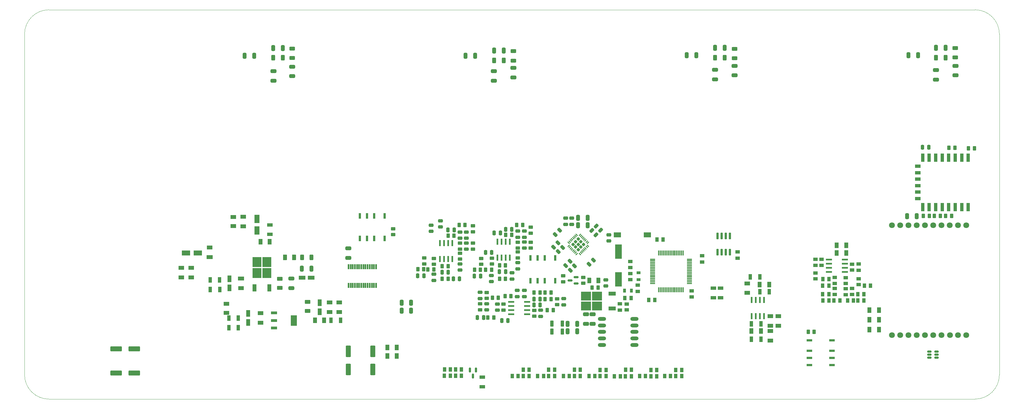
<source format=gtp>
G04 #@! TF.GenerationSoftware,KiCad,Pcbnew,(6.0.0)*
G04 #@! TF.CreationDate,2022-01-30T16:53:22+01:00*
G04 #@! TF.ProjectId,block-sch,626c6f63-6b2d-4736-9368-2e6b69636164,rev?*
G04 #@! TF.SameCoordinates,Original*
G04 #@! TF.FileFunction,Paste,Top*
G04 #@! TF.FilePolarity,Positive*
%FSLAX46Y46*%
G04 Gerber Fmt 4.6, Leading zero omitted, Abs format (unit mm)*
G04 Created by KiCad (PCBNEW (6.0.0)) date 2022-01-30 16:53:22*
%MOMM*%
%LPD*%
G01*
G04 APERTURE LIST*
G04 Aperture macros list*
%AMRoundRect*
0 Rectangle with rounded corners*
0 $1 Rounding radius*
0 $2 $3 $4 $5 $6 $7 $8 $9 X,Y pos of 4 corners*
0 Add a 4 corners polygon primitive as box body*
4,1,4,$2,$3,$4,$5,$6,$7,$8,$9,$2,$3,0*
0 Add four circle primitives for the rounded corners*
1,1,$1+$1,$2,$3*
1,1,$1+$1,$4,$5*
1,1,$1+$1,$6,$7*
1,1,$1+$1,$8,$9*
0 Add four rect primitives between the rounded corners*
20,1,$1+$1,$2,$3,$4,$5,0*
20,1,$1+$1,$4,$5,$6,$7,0*
20,1,$1+$1,$6,$7,$8,$9,0*
20,1,$1+$1,$8,$9,$2,$3,0*%
%AMOutline4P*
0 Free polygon, 4 corners , with rotation*
0 The origin of the aperture is its center*
0 number of corners: always 4*
0 $1 to $8 corner X, Y*
0 $9 Rotation angle, in degrees counterclockwise*
0 create outline with 4 corners*
4,1,4,$1,$2,$3,$4,$5,$6,$7,$8,$1,$2,$9*%
G04 Aperture macros list end*
G04 #@! TA.AperFunction,Profile*
%ADD10C,0.100000*%
G04 #@! TD*
%ADD11RoundRect,0.250000X-0.650000X0.325000X-0.650000X-0.325000X0.650000X-0.325000X0.650000X0.325000X0*%
%ADD12RoundRect,0.250000X0.325000X0.650000X-0.325000X0.650000X-0.325000X-0.650000X0.325000X-0.650000X0*%
%ADD13RoundRect,0.250000X0.650000X-0.325000X0.650000X0.325000X-0.650000X0.325000X-0.650000X-0.325000X0*%
%ADD14RoundRect,0.250000X-0.325000X-0.650000X0.325000X-0.650000X0.325000X0.650000X-0.325000X0.650000X0*%
%ADD15RoundRect,0.250000X-0.312500X-0.625000X0.312500X-0.625000X0.312500X0.625000X-0.312500X0.625000X0*%
%ADD16RoundRect,0.250000X-0.625000X0.312500X-0.625000X-0.312500X0.625000X-0.312500X0.625000X0.312500X0*%
%ADD17RoundRect,0.020500X0.184500X-0.759500X0.184500X0.759500X-0.184500X0.759500X-0.184500X-0.759500X0*%
%ADD18R,1.150000X1.800000*%
%ADD19RoundRect,0.250000X1.500000X0.550000X-1.500000X0.550000X-1.500000X-0.550000X1.500000X-0.550000X0*%
%ADD20RoundRect,0.250000X-0.550000X1.500000X-0.550000X-1.500000X0.550000X-1.500000X0.550000X1.500000X0*%
%ADD21R,1.450000X1.000000*%
%ADD22R,1.000000X1.450000*%
%ADD23RoundRect,0.150000X-0.150000X0.587500X-0.150000X-0.587500X0.150000X-0.587500X0.150000X0.587500X0*%
%ADD24R,1.750000X1.125000*%
%ADD25RoundRect,0.075000X-0.700000X-0.075000X0.700000X-0.075000X0.700000X0.075000X-0.700000X0.075000X0*%
%ADD26RoundRect,0.075000X-0.075000X-0.700000X0.075000X-0.700000X0.075000X0.700000X-0.075000X0.700000X0*%
%ADD27R,2.000000X4.500000*%
%ADD28R,2.600000X1.600000*%
%ADD29R,1.200000X2.000000*%
%ADD30R,1.800000X1.150000*%
%ADD31Outline4P,-0.575000X-0.900000X0.575000X-0.900000X0.575000X0.900000X-0.575000X0.900000X270.000000*%
%ADD32Outline4P,-0.575000X-0.900000X0.575000X-0.900000X0.575000X0.900000X-0.575000X0.900000X90.000000*%
%ADD33R,2.000000X1.200000*%
%ADD34RoundRect,0.250000X-0.550000X1.050000X-0.550000X-1.050000X0.550000X-1.050000X0.550000X1.050000X0*%
%ADD35Outline4P,-0.625000X-0.875000X0.625000X-0.875000X0.625000X0.875000X-0.625000X0.875000X0.000000*%
%ADD36RoundRect,0.250000X-0.375000X-0.625000X0.375000X-0.625000X0.375000X0.625000X-0.375000X0.625000X0*%
%ADD37R,1.250000X1.750000*%
%ADD38R,1.200000X0.875000*%
%ADD39R,0.875000X1.200000*%
%ADD40RoundRect,0.250000X0.275000X0.700000X-0.275000X0.700000X-0.275000X-0.700000X0.275000X-0.700000X0*%
%ADD41R,1.125000X1.750000*%
%ADD42Outline4P,-0.562500X-0.875000X0.562500X-0.875000X0.562500X0.875000X-0.562500X0.875000X90.000000*%
%ADD43R,2.750000X3.050000*%
%ADD44R,1.200000X2.200000*%
%ADD45R,1.860000X0.900000*%
%ADD46R,1.860000X3.190000*%
%ADD47O,2.524000X1.200000*%
%ADD48R,1.000000X2.500000*%
%ADD49R,1.800000X1.000000*%
%ADD50Outline4P,-0.512500X-0.700000X0.512500X-0.700000X0.512500X0.700000X-0.512500X0.700000X180.000000*%
%ADD51R,1.025000X1.400000*%
%ADD52RoundRect,0.250000X0.625000X-0.375000X0.625000X0.375000X-0.625000X0.375000X-0.625000X-0.375000X0*%
%ADD53RoundRect,0.250000X-0.250000X-0.475000X0.250000X-0.475000X0.250000X0.475000X-0.250000X0.475000X0*%
%ADD54RoundRect,0.250000X0.475000X-0.250000X0.475000X0.250000X-0.475000X0.250000X-0.475000X-0.250000X0*%
%ADD55R,1.970000X0.600000*%
%ADD56RoundRect,0.250000X-0.262500X-0.450000X0.262500X-0.450000X0.262500X0.450000X-0.262500X0.450000X0*%
%ADD57RoundRect,0.250000X0.262500X0.450000X-0.262500X0.450000X-0.262500X-0.450000X0.262500X-0.450000X0*%
%ADD58RoundRect,0.250000X0.450000X-0.262500X0.450000X0.262500X-0.450000X0.262500X-0.450000X-0.262500X0*%
%ADD59R,1.400000X1.025000*%
%ADD60RoundRect,0.250000X-0.450000X0.262500X-0.450000X-0.262500X0.450000X-0.262500X0.450000X0.262500X0*%
%ADD61RoundRect,0.232500X0.000000X0.328805X-0.328805X0.000000X0.000000X-0.328805X0.328805X0.000000X0*%
%ADD62RoundRect,0.062500X0.220971X0.309359X-0.309359X-0.220971X-0.220971X-0.309359X0.309359X0.220971X0*%
%ADD63RoundRect,0.062500X-0.220971X0.309359X-0.309359X0.220971X0.220971X-0.309359X0.309359X-0.220971X0*%
%ADD64RoundRect,0.250000X-0.512652X-0.159099X-0.159099X-0.512652X0.512652X0.159099X0.159099X0.512652X0*%
%ADD65RoundRect,0.250000X-0.475000X0.250000X-0.475000X-0.250000X0.475000X-0.250000X0.475000X0.250000X0*%
%ADD66Outline4P,-0.512500X-0.700000X0.512500X-0.700000X0.512500X0.700000X-0.512500X0.700000X0.000000*%
%ADD67R,2.200000X1.200000*%
%ADD68R,3.050000X2.750000*%
%ADD69R,0.600000X1.970000*%
%ADD70C,1.800000*%
%ADD71RoundRect,0.150000X0.512500X0.150000X-0.512500X0.150000X-0.512500X-0.150000X0.512500X-0.150000X0*%
%ADD72RoundRect,0.250000X0.159099X-0.512652X0.512652X-0.159099X-0.159099X0.512652X-0.512652X0.159099X0*%
%ADD73R,0.800000X1.800000*%
%ADD74RoundRect,0.250000X-0.159099X0.512652X-0.512652X0.159099X0.159099X-0.512652X0.512652X-0.159099X0*%
%ADD75RoundRect,0.042000X-0.258000X0.943000X-0.258000X-0.943000X0.258000X-0.943000X0.258000X0.943000X0*%
%ADD76RoundRect,0.150000X0.587500X0.150000X-0.587500X0.150000X-0.587500X-0.150000X0.587500X-0.150000X0*%
%ADD77R,1.800000X0.800000*%
%ADD78R,1.750000X1.250000*%
%ADD79RoundRect,0.250000X0.250000X0.475000X-0.250000X0.475000X-0.250000X-0.475000X0.250000X-0.475000X0*%
%ADD80R,2.180000X1.600000*%
G04 APERTURE END LIST*
D10*
X67500000Y-210000000D02*
X352500000Y-210000000D01*
X67500000Y-90000000D02*
G75*
G03*
X60000000Y-97500000I0J-7500000D01*
G01*
X60000000Y-97500000D02*
X60000000Y-202500000D01*
X352500000Y-210000000D02*
G75*
G03*
X360000000Y-202500000I0J7500000D01*
G01*
X360000000Y-202500000D02*
X360000000Y-97500000D01*
X360000000Y-97500000D02*
G75*
G03*
X352500000Y-90000000I-7500000J0D01*
G01*
X352500000Y-90000000D02*
X67500000Y-90000000D01*
X60000000Y-202500000D02*
G75*
G03*
X67500000Y-210000000I7500000J0D01*
G01*
D11*
X278500000Y-107275000D03*
X278500000Y-110225000D03*
X210400000Y-107925000D03*
X210400000Y-110875000D03*
X346475000Y-107275000D03*
X346475000Y-110225000D03*
X142400000Y-107525000D03*
X142400000Y-110475000D03*
D12*
X275475000Y-101750000D03*
X272525000Y-101750000D03*
D13*
X272500000Y-111475000D03*
X272500000Y-108525000D03*
D12*
X343450000Y-101750000D03*
X340500000Y-101750000D03*
X139475000Y-101800000D03*
X136525000Y-101800000D03*
D13*
X204400000Y-111875000D03*
X204400000Y-108925000D03*
X340475000Y-111525000D03*
X340475000Y-108575000D03*
X136600000Y-111875000D03*
X136600000Y-108925000D03*
D14*
X195725000Y-104200000D03*
X198675000Y-104200000D03*
X332025000Y-104000000D03*
X334975000Y-104000000D03*
X127725000Y-104200000D03*
X130675000Y-104200000D03*
X176025000Y-182750000D03*
X178975000Y-182750000D03*
D11*
X159600000Y-163525000D03*
X159600000Y-166475000D03*
D15*
X272537500Y-104750000D03*
X275462500Y-104750000D03*
X204537500Y-105600000D03*
X207462500Y-105600000D03*
D16*
X278500000Y-102037500D03*
X278500000Y-104962500D03*
D15*
X340512500Y-104750000D03*
X343437500Y-104750000D03*
X136537500Y-104800000D03*
X139462500Y-104800000D03*
D16*
X346425000Y-101787500D03*
X346425000Y-104712500D03*
X142400000Y-101937500D03*
X142400000Y-104862500D03*
D17*
X159725000Y-174930000D03*
X160375000Y-174930000D03*
X161025000Y-174930000D03*
X161675000Y-174930000D03*
X162325000Y-174930000D03*
X162975000Y-174930000D03*
X163625000Y-174930000D03*
X164275000Y-174930000D03*
X164925000Y-174930000D03*
X165575000Y-174930000D03*
X166225000Y-174930000D03*
X166875000Y-174930000D03*
X167525000Y-174930000D03*
X168175000Y-174930000D03*
X168175000Y-169170000D03*
X167525000Y-169170000D03*
X166875000Y-169170000D03*
X166225000Y-169170000D03*
X165575000Y-169170000D03*
X164925000Y-169170000D03*
X164275000Y-169170000D03*
X163625000Y-169170000D03*
X162975000Y-169170000D03*
X162325000Y-169170000D03*
X161675000Y-169170000D03*
X161025000Y-169170000D03*
X160375000Y-169170000D03*
X159725000Y-169170000D03*
D12*
X207475000Y-102600000D03*
X204525000Y-102600000D03*
D14*
X263775000Y-104000000D03*
X266725000Y-104000000D03*
D18*
X171625000Y-194050000D03*
X174575000Y-194050000D03*
X320025000Y-188600000D03*
X322975000Y-188600000D03*
D19*
X93800000Y-194500000D03*
X88200000Y-194500000D03*
D18*
X320025000Y-182600000D03*
X322975000Y-182600000D03*
X171625000Y-196750000D03*
X174575000Y-196750000D03*
X320025000Y-185500000D03*
X322975000Y-185500000D03*
D19*
X93800000Y-202000000D03*
X88200000Y-202000000D03*
D20*
X159650000Y-195300000D03*
X159650000Y-200900000D03*
X167150000Y-195300000D03*
X167150000Y-200900000D03*
D14*
X176025000Y-180250000D03*
X178975000Y-180250000D03*
D21*
X265300000Y-176650000D03*
X265300000Y-178550000D03*
D22*
X253950000Y-179400000D03*
X252050000Y-179400000D03*
D21*
X268550000Y-165850000D03*
X268550000Y-167750000D03*
D22*
X254600000Y-160850000D03*
X256500000Y-160850000D03*
D21*
X246450000Y-169450000D03*
X246450000Y-167550000D03*
X246450000Y-171300000D03*
X246450000Y-173200000D03*
D23*
X198950000Y-201012500D03*
X197050000Y-201012500D03*
X198000000Y-202887500D03*
D16*
X210400000Y-102737500D03*
X210400000Y-105662500D03*
D24*
X200900000Y-203237500D03*
X200900000Y-206162500D03*
D25*
X253245000Y-166870000D03*
X253245000Y-167370000D03*
X253245000Y-167870000D03*
X253245000Y-168370000D03*
X253245000Y-168870000D03*
X253245000Y-169370000D03*
X253245000Y-169870000D03*
X253245000Y-170370000D03*
X253245000Y-170870000D03*
X253245000Y-171370000D03*
X253245000Y-171870000D03*
X253245000Y-172370000D03*
X253245000Y-172870000D03*
X253245000Y-173370000D03*
X253245000Y-173870000D03*
X253245000Y-174370000D03*
D26*
X255170000Y-176295000D03*
X255670000Y-176295000D03*
X256170000Y-176295000D03*
X256670000Y-176295000D03*
X257170000Y-176295000D03*
X257670000Y-176295000D03*
X258170000Y-176295000D03*
X258670000Y-176295000D03*
X259170000Y-176295000D03*
X259670000Y-176295000D03*
X260170000Y-176295000D03*
X260670000Y-176295000D03*
X261170000Y-176295000D03*
X261670000Y-176295000D03*
X262170000Y-176295000D03*
X262670000Y-176295000D03*
D25*
X264595000Y-174370000D03*
X264595000Y-173870000D03*
X264595000Y-173370000D03*
X264595000Y-172870000D03*
X264595000Y-172370000D03*
X264595000Y-171870000D03*
X264595000Y-171370000D03*
X264595000Y-170870000D03*
X264595000Y-170370000D03*
X264595000Y-169870000D03*
X264595000Y-169370000D03*
X264595000Y-168870000D03*
X264595000Y-168370000D03*
X264595000Y-167870000D03*
X264595000Y-167370000D03*
X264595000Y-166870000D03*
D26*
X262670000Y-164945000D03*
X262170000Y-164945000D03*
X261670000Y-164945000D03*
X261170000Y-164945000D03*
X260670000Y-164945000D03*
X260170000Y-164945000D03*
X259670000Y-164945000D03*
X259170000Y-164945000D03*
X258670000Y-164945000D03*
X258170000Y-164945000D03*
X257670000Y-164945000D03*
X257170000Y-164945000D03*
X256670000Y-164945000D03*
X256170000Y-164945000D03*
X255670000Y-164945000D03*
X255170000Y-164945000D03*
D27*
X242750000Y-173050000D03*
X242750000Y-164550000D03*
D28*
X109700000Y-165000000D03*
X113300000Y-165000000D03*
D29*
X123085000Y-175700000D03*
X123085000Y-172900000D03*
X128837500Y-186400000D03*
X128837500Y-183600000D03*
D30*
X117000000Y-163275000D03*
D31*
X117000000Y-166225000D03*
D30*
X126585000Y-175775000D03*
D32*
X126585000Y-172825000D03*
D30*
X132587500Y-186475000D03*
X132587500Y-183525000D03*
X127250000Y-153775000D03*
X127250000Y-156725000D03*
D13*
X142085000Y-175775000D03*
X142085000Y-172825000D03*
D30*
X153850000Y-183125000D03*
X153850000Y-180175000D03*
D22*
X246650000Y-178850000D03*
X244750000Y-178850000D03*
D33*
X148235000Y-172550000D03*
X145435000Y-172550000D03*
D29*
X150850000Y-183050000D03*
X150850000Y-180250000D03*
D34*
X131500000Y-154450000D03*
X131500000Y-158050000D03*
D12*
X148310000Y-169800000D03*
X145360000Y-169800000D03*
D30*
X156850000Y-183125000D03*
X156850000Y-180175000D03*
D21*
X248700000Y-176800000D03*
X248700000Y-174900000D03*
D11*
X232800000Y-183825000D03*
X232800000Y-186775000D03*
X234800000Y-183825000D03*
X234800000Y-186775000D03*
D14*
X227125000Y-189100000D03*
X230075000Y-189100000D03*
X227125000Y-186800000D03*
X230075000Y-186800000D03*
D35*
X132600000Y-161500000D03*
X135400000Y-161500000D03*
D36*
X140185000Y-166300000D03*
X142985000Y-166300000D03*
D37*
X149400000Y-185700000D03*
D35*
X152200000Y-185700000D03*
D38*
X248950000Y-171037500D03*
X248950000Y-173162500D03*
D39*
X244637500Y-176600000D03*
X246762500Y-176600000D03*
D40*
X225475000Y-189200000D03*
X222325000Y-189200000D03*
X225475000Y-186700000D03*
X222325000Y-186700000D03*
D41*
X117137500Y-176200000D03*
X120062500Y-176200000D03*
X122875000Y-185000000D03*
X125800000Y-185000000D03*
D42*
X108250000Y-172462500D03*
X108250000Y-169537500D03*
D41*
X117122500Y-173300000D03*
X120047500Y-173300000D03*
X122875000Y-188000000D03*
X125800000Y-188000000D03*
D42*
X111250000Y-172462500D03*
X111250000Y-169537500D03*
D24*
X135500000Y-159212500D03*
X135500000Y-156287500D03*
D15*
X145372500Y-166300000D03*
X148297500Y-166300000D03*
D41*
X154337500Y-185700000D03*
X157262500Y-185700000D03*
D43*
X134610000Y-171125000D03*
X131560000Y-167775000D03*
X134610000Y-167775000D03*
X131560000Y-171125000D03*
D44*
X130805000Y-175750000D03*
X135365000Y-175750000D03*
D45*
X136762500Y-183450000D03*
X136762500Y-185750000D03*
X136762500Y-188050000D03*
D46*
X142912500Y-185750000D03*
D47*
X247700000Y-193300000D03*
X247700000Y-191300000D03*
X247700000Y-189300000D03*
X247700000Y-187300000D03*
X247700000Y-185300000D03*
X237700000Y-185300000D03*
X237700000Y-187300000D03*
X237700000Y-189300000D03*
X237700000Y-191300000D03*
X237700000Y-193300000D03*
D48*
X350400000Y-135600000D03*
X348400000Y-135600000D03*
X346400000Y-135600000D03*
X344400000Y-135600000D03*
X342400000Y-135600000D03*
X340400000Y-135600000D03*
X338400000Y-135600000D03*
X336400000Y-135600000D03*
D49*
X334900000Y-138200000D03*
X334900000Y-140200000D03*
X334900000Y-142200000D03*
X334900000Y-144200000D03*
X334900000Y-146200000D03*
X334900000Y-148200000D03*
D48*
X336400000Y-150800000D03*
X338400000Y-150800000D03*
X340400000Y-150800000D03*
X342400000Y-150800000D03*
X344400000Y-150800000D03*
X346400000Y-150800000D03*
X348400000Y-150800000D03*
X350400000Y-150800000D03*
D50*
X243366250Y-202946250D03*
D51*
X241541250Y-202946250D03*
D52*
X147100000Y-182800000D03*
X147100000Y-180000000D03*
D41*
X289187500Y-176905000D03*
X286262500Y-176905000D03*
D53*
X199350000Y-184900000D03*
X201250000Y-184900000D03*
D54*
X211800000Y-169850000D03*
X211800000Y-167950000D03*
D53*
X216750000Y-181000000D03*
X218650000Y-181000000D03*
D51*
X315100000Y-179600000D03*
X313275000Y-179600000D03*
D55*
X307517500Y-167020000D03*
X307517500Y-168290000D03*
X307517500Y-169560000D03*
X307517500Y-170830000D03*
X312457500Y-170830000D03*
X312457500Y-169560000D03*
X312457500Y-168290000D03*
X312457500Y-167020000D03*
D56*
X207887500Y-178250000D03*
X209712500Y-178250000D03*
X216787500Y-177150000D03*
X218612500Y-177150000D03*
D55*
X214670000Y-183855000D03*
X214670000Y-182585000D03*
X214670000Y-181315000D03*
X214670000Y-180045000D03*
X209730000Y-180045000D03*
X209730000Y-181315000D03*
X209730000Y-182585000D03*
X209730000Y-183855000D03*
D56*
X188537500Y-169050000D03*
X190362500Y-169050000D03*
D57*
X203712500Y-170150000D03*
X201887500Y-170150000D03*
D50*
X211882500Y-202930000D03*
X210057500Y-202930000D03*
D51*
X213457500Y-202930000D03*
X215282500Y-202930000D03*
D52*
X138585000Y-175700000D03*
X138585000Y-172900000D03*
D58*
X183000000Y-168312500D03*
X183000000Y-166487500D03*
D59*
X314687500Y-175887500D03*
X314687500Y-177712500D03*
D54*
X194050000Y-170250000D03*
X194050000Y-168350000D03*
D60*
X223900000Y-179087500D03*
X223900000Y-180912500D03*
D61*
X230400000Y-160673654D03*
X229586827Y-163113173D03*
X228773654Y-162300000D03*
X231213173Y-161486827D03*
X231213173Y-163113173D03*
X230400000Y-162300000D03*
X230400000Y-163926346D03*
X232026346Y-162300000D03*
X229586827Y-161486827D03*
D62*
X233361010Y-161813864D03*
X233007456Y-161460311D03*
X232653903Y-161106757D03*
X232300349Y-160753204D03*
X231946796Y-160399651D03*
X231593243Y-160046097D03*
X231239689Y-159692544D03*
X230886136Y-159338990D03*
D63*
X229913864Y-159338990D03*
X229560311Y-159692544D03*
X229206757Y-160046097D03*
X228853204Y-160399651D03*
X228499651Y-160753204D03*
X228146097Y-161106757D03*
X227792544Y-161460311D03*
X227438990Y-161813864D03*
D62*
X227438990Y-162786136D03*
X227792544Y-163139689D03*
X228146097Y-163493243D03*
X228499651Y-163846796D03*
X228853204Y-164200349D03*
X229206757Y-164553903D03*
X229560311Y-164907456D03*
X229913864Y-165261010D03*
D63*
X230886136Y-165261010D03*
X231239689Y-164907456D03*
X231593243Y-164553903D03*
X231946796Y-164200349D03*
X232300349Y-163846796D03*
X232653903Y-163493243D03*
X233007456Y-163139689D03*
X233361010Y-162786136D03*
D60*
X211800000Y-161637500D03*
X211800000Y-163462500D03*
D54*
X228400000Y-156150000D03*
X228400000Y-154250000D03*
D58*
X197950000Y-158412500D03*
X197950000Y-156587500D03*
D56*
X206187500Y-168750000D03*
X208012500Y-168750000D03*
D51*
X192637500Y-202850000D03*
X194462500Y-202850000D03*
D57*
X222712500Y-182600000D03*
X220887500Y-182600000D03*
D59*
X303387500Y-172937500D03*
X303387500Y-171112500D03*
D57*
X341812500Y-153500000D03*
X339987500Y-153500000D03*
D36*
X233800000Y-173400000D03*
X236600000Y-173400000D03*
D22*
X320337500Y-175000000D03*
X318437500Y-175000000D03*
D64*
X235928249Y-156628249D03*
X237271751Y-157971751D03*
D56*
X202587500Y-184900000D03*
X204412500Y-184900000D03*
D53*
X216750000Y-179150000D03*
X218650000Y-179150000D03*
D12*
X334575000Y-153600000D03*
X331625000Y-153600000D03*
D57*
X213312500Y-156350000D03*
X211487500Y-156350000D03*
D65*
X211600000Y-176500000D03*
X211600000Y-178400000D03*
D51*
X227643750Y-202868750D03*
X225818750Y-202868750D03*
X219706250Y-202906250D03*
X217881250Y-202906250D03*
D59*
X314687500Y-170237500D03*
X314687500Y-168412500D03*
D54*
X194050000Y-160400000D03*
X194050000Y-158500000D03*
D53*
X208050000Y-157650000D03*
X209950000Y-157650000D03*
D60*
X194050000Y-165037500D03*
X194050000Y-166862500D03*
D66*
X213457500Y-200930000D03*
D51*
X215282500Y-200930000D03*
D14*
X230325000Y-156400000D03*
X233275000Y-156400000D03*
D53*
X206850000Y-185750000D03*
X208750000Y-185750000D03*
D22*
X318337500Y-177700000D03*
X316437500Y-177700000D03*
D18*
X286637500Y-189030000D03*
X283687500Y-189030000D03*
D51*
X235525000Y-202875000D03*
X233700000Y-202875000D03*
D53*
X204550000Y-158800000D03*
X206450000Y-158800000D03*
X198450000Y-172100000D03*
X200350000Y-172100000D03*
D57*
X352312500Y-132700000D03*
X350487500Y-132700000D03*
D53*
X201850000Y-164800000D03*
X203750000Y-164800000D03*
D54*
X203700000Y-173800000D03*
X203700000Y-171900000D03*
D57*
X185962500Y-170050000D03*
X184137500Y-170050000D03*
D56*
X181037500Y-170000000D03*
X182862500Y-170000000D03*
D67*
X240800000Y-177520000D03*
X240800000Y-182080000D03*
D68*
X232825000Y-178275000D03*
X236175000Y-178275000D03*
X232825000Y-181325000D03*
X236175000Y-181325000D03*
D69*
X209305000Y-161480000D03*
X208035000Y-161480000D03*
X206765000Y-161480000D03*
X205495000Y-161480000D03*
X205495000Y-166420000D03*
X206765000Y-166420000D03*
X208035000Y-166420000D03*
X209305000Y-166420000D03*
D12*
X233275000Y-154100000D03*
X230325000Y-154100000D03*
D60*
X216900000Y-182637500D03*
X216900000Y-184462500D03*
D59*
X245300000Y-182512500D03*
X245300000Y-180687500D03*
D70*
X349760000Y-156400000D03*
X347220000Y-156400000D03*
X344726727Y-156399821D03*
X342158296Y-156399821D03*
X339600000Y-156400000D03*
X337060000Y-156400000D03*
X334520000Y-156400000D03*
X331980000Y-156400000D03*
X329440000Y-156400000D03*
X326900000Y-156400000D03*
X349800000Y-190300000D03*
X347260000Y-190300000D03*
X344766727Y-190299821D03*
X342198296Y-190299821D03*
X339640000Y-190300000D03*
X337100000Y-190300000D03*
X334560000Y-190300000D03*
X332020000Y-190300000D03*
X329480000Y-190300000D03*
X326940000Y-190300000D03*
D58*
X231900000Y-174312500D03*
X231900000Y-172487500D03*
D51*
X260393750Y-202906250D03*
X262218750Y-202906250D03*
D71*
X340685000Y-197237500D03*
X340685000Y-196287500D03*
X340685000Y-195337500D03*
X338410000Y-195337500D03*
X338410000Y-196287500D03*
X338410000Y-197237500D03*
D69*
X287552621Y-179460000D03*
X286282621Y-179460000D03*
X285012621Y-179460000D03*
X283742621Y-179460000D03*
X283742621Y-184400000D03*
X285012621Y-184400000D03*
X286282621Y-184400000D03*
X287552621Y-184400000D03*
D51*
X191012500Y-202850000D03*
X189187500Y-202850000D03*
D59*
X312687500Y-174400000D03*
X312687500Y-172575000D03*
D53*
X188500000Y-170850000D03*
X190400000Y-170850000D03*
D72*
X224228249Y-164571751D03*
X225571751Y-163228249D03*
D51*
X251081250Y-202931250D03*
X249256250Y-202931250D03*
D21*
X243200000Y-180650000D03*
X243200000Y-182550000D03*
D30*
X289500000Y-191975000D03*
X289500000Y-189025000D03*
D56*
X198487500Y-170150000D03*
X200312500Y-170150000D03*
D73*
X170800000Y-153500000D03*
X167600000Y-153500000D03*
X165400000Y-153500000D03*
X163200000Y-153500000D03*
X163200000Y-160500000D03*
X165400000Y-160500000D03*
X167600000Y-160500000D03*
X170800000Y-160500000D03*
D60*
X207400000Y-180737500D03*
X207400000Y-182562500D03*
D51*
X192637500Y-200850000D03*
X194462500Y-200850000D03*
D21*
X303387500Y-168775000D03*
X303387500Y-166875000D03*
D65*
X213800000Y-176500000D03*
X213800000Y-178400000D03*
D74*
X224671751Y-157928249D03*
X223328249Y-159271751D03*
D22*
X305637500Y-175025000D03*
X307537500Y-175025000D03*
D65*
X185100000Y-156400000D03*
X185100000Y-158300000D03*
X213800000Y-161550000D03*
X213800000Y-163450000D03*
X188000000Y-155050000D03*
X188000000Y-156950000D03*
D53*
X190300000Y-157850000D03*
X192200000Y-157850000D03*
D58*
X200200000Y-182462500D03*
X200200000Y-180637500D03*
D56*
X344487500Y-132500000D03*
X346312500Y-132500000D03*
D51*
X244941250Y-200946250D03*
X246766250Y-200946250D03*
D24*
X274200000Y-178762500D03*
X274200000Y-175837500D03*
D18*
X289200000Y-174705000D03*
X286250000Y-174705000D03*
D74*
X224171751Y-161828249D03*
X222828249Y-163171751D03*
D30*
X289547621Y-187405000D03*
X289547621Y-184455000D03*
D56*
X190337500Y-159650000D03*
X192162500Y-159650000D03*
D50*
X258812500Y-202900000D03*
D51*
X256987500Y-202900000D03*
D75*
X277105000Y-159725000D03*
X275835000Y-159725000D03*
X274565000Y-159725000D03*
X273295000Y-159725000D03*
X273295000Y-164675000D03*
X274565000Y-164675000D03*
X275835000Y-164675000D03*
X277105000Y-164675000D03*
D72*
X226528249Y-168871751D03*
X227871751Y-167528249D03*
D51*
X260393750Y-201006250D03*
X262218750Y-201006250D03*
D60*
X194050000Y-161937500D03*
X194050000Y-163762500D03*
D30*
X282400000Y-174325000D03*
X282400000Y-177275000D03*
D58*
X215800000Y-158862500D03*
X215800000Y-157037500D03*
D72*
X227928249Y-170271751D03*
X229271751Y-168928249D03*
D21*
X279400000Y-166550000D03*
X279400000Y-164650000D03*
D53*
X181000000Y-172000000D03*
X182900000Y-172000000D03*
D54*
X185950000Y-173400000D03*
X185950000Y-171500000D03*
D58*
X200500000Y-168462500D03*
X200500000Y-166637500D03*
D51*
X191062500Y-200850000D03*
X189237500Y-200850000D03*
D57*
X222012500Y-179150000D03*
X220187500Y-179150000D03*
D18*
X309925000Y-162625000D03*
X312875000Y-162625000D03*
D54*
X195950000Y-160400000D03*
X195950000Y-158500000D03*
D73*
X223300000Y-166500000D03*
X220100000Y-166500000D03*
X217900000Y-166500000D03*
X215700000Y-166500000D03*
X215700000Y-173500000D03*
X217900000Y-173500000D03*
X220100000Y-173500000D03*
X223300000Y-173500000D03*
D56*
X220187500Y-177150000D03*
X222012500Y-177150000D03*
D51*
X221281250Y-200906250D03*
X223106250Y-200906250D03*
D76*
X229737500Y-174350000D03*
X229737500Y-172450000D03*
X227862500Y-173400000D03*
D60*
X215800000Y-161637500D03*
X215800000Y-163462500D03*
D66*
X305687500Y-179625000D03*
X307512500Y-179625000D03*
D22*
X305637500Y-177625000D03*
X307537500Y-177625000D03*
D57*
X345312500Y-153500000D03*
X343487500Y-153500000D03*
D56*
X208087500Y-159350000D03*
X209912500Y-159350000D03*
D77*
X301500000Y-191900000D03*
X301500000Y-195100000D03*
X301500000Y-197300000D03*
X301500000Y-199500000D03*
X308500000Y-199500000D03*
X308500000Y-197300000D03*
X308500000Y-195100000D03*
X308500000Y-191900000D03*
D54*
X238900000Y-175150000D03*
X238900000Y-173250000D03*
D65*
X202200000Y-180600000D03*
X202200000Y-182500000D03*
D78*
X124250000Y-153850000D03*
X124250000Y-156650000D03*
D58*
X225800000Y-173812500D03*
X225800000Y-171987500D03*
D21*
X312687500Y-177850000D03*
X312687500Y-175950000D03*
D79*
X193850000Y-172900000D03*
X191950000Y-172900000D03*
D56*
X301187500Y-189300000D03*
X303012500Y-189300000D03*
D51*
X221281250Y-202906250D03*
X223106250Y-202906250D03*
D53*
X336350000Y-132400000D03*
X338250000Y-132400000D03*
D59*
X309287500Y-174337500D03*
X309287500Y-172512500D03*
D41*
X283700000Y-191530000D03*
X286625000Y-191530000D03*
D51*
X252731250Y-201056250D03*
X254556250Y-201056250D03*
D54*
X211800000Y-160100000D03*
X211800000Y-158200000D03*
D58*
X203800000Y-168362500D03*
X203800000Y-166537500D03*
D51*
X229218750Y-202868750D03*
X231043750Y-202868750D03*
D59*
X316687500Y-174712500D03*
X316687500Y-172887500D03*
D65*
X195950000Y-161900000D03*
X195950000Y-163800000D03*
D69*
X191655000Y-161880000D03*
X190385000Y-161880000D03*
X189115000Y-161880000D03*
X187845000Y-161880000D03*
X187845000Y-166820000D03*
X189115000Y-166820000D03*
X190385000Y-166820000D03*
X191655000Y-166820000D03*
D56*
X203987500Y-178750000D03*
X205812500Y-178750000D03*
D21*
X316687500Y-170275000D03*
X316687500Y-168375000D03*
D56*
X234687500Y-175600000D03*
X236512500Y-175600000D03*
D78*
X122087500Y-183400000D03*
X122087500Y-180600000D03*
D65*
X205500000Y-180700000D03*
X205500000Y-182600000D03*
D54*
X226500000Y-156150000D03*
X226500000Y-154250000D03*
D51*
X244921250Y-202946250D03*
X246746250Y-202946250D03*
X237120000Y-201000000D03*
X238945000Y-201000000D03*
D60*
X211800000Y-164637500D03*
X211800000Y-166462500D03*
D58*
X185950000Y-168462500D03*
X185950000Y-166637500D03*
D65*
X218800000Y-182600000D03*
X218800000Y-184500000D03*
D57*
X338412500Y-153500000D03*
X336587500Y-153500000D03*
D59*
X309287500Y-175912500D03*
X309287500Y-177737500D03*
D60*
X202200000Y-177137500D03*
X202200000Y-178962500D03*
D51*
X237120000Y-202900000D03*
X238945000Y-202900000D03*
D22*
X307550000Y-173000000D03*
X305650000Y-173000000D03*
D41*
X286287500Y-172305000D03*
X283362500Y-172305000D03*
X286625000Y-186830000D03*
X283700000Y-186830000D03*
D65*
X239800000Y-159350000D03*
X239800000Y-161250000D03*
D59*
X305287500Y-168737500D03*
X305287500Y-166912500D03*
D24*
X272000000Y-178762500D03*
X272000000Y-175837500D03*
D65*
X210000000Y-171100000D03*
X210000000Y-173000000D03*
D60*
X173400000Y-157487500D03*
X173400000Y-159312500D03*
D65*
X200200000Y-177100000D03*
X200200000Y-179000000D03*
D57*
X195562500Y-156350000D03*
X193737500Y-156350000D03*
D30*
X291947621Y-187405000D03*
X291947621Y-184455000D03*
D51*
X252731250Y-202956250D03*
X254556250Y-202956250D03*
D80*
X242460000Y-159350000D03*
X251640000Y-159350000D03*
D57*
X208012500Y-172950000D03*
X206187500Y-172950000D03*
D65*
X225900000Y-179050000D03*
X225900000Y-180950000D03*
D72*
X233728249Y-168471751D03*
X235071751Y-167128249D03*
D57*
X190362500Y-172900000D03*
X188537500Y-172900000D03*
D60*
X197950000Y-161937500D03*
X197950000Y-163762500D03*
D54*
X213800000Y-160100000D03*
X213800000Y-158200000D03*
D64*
X234528249Y-158028249D03*
X235871751Y-159371751D03*
D51*
X309075000Y-179625000D03*
X310900000Y-179625000D03*
D18*
X312862500Y-164925000D03*
X309912500Y-164925000D03*
D53*
X206150000Y-170750000D03*
X208050000Y-170750000D03*
D51*
X229218750Y-200968750D03*
D66*
X231043750Y-200968750D03*
D51*
X318300000Y-179600000D03*
X316475000Y-179600000D03*
M02*

</source>
